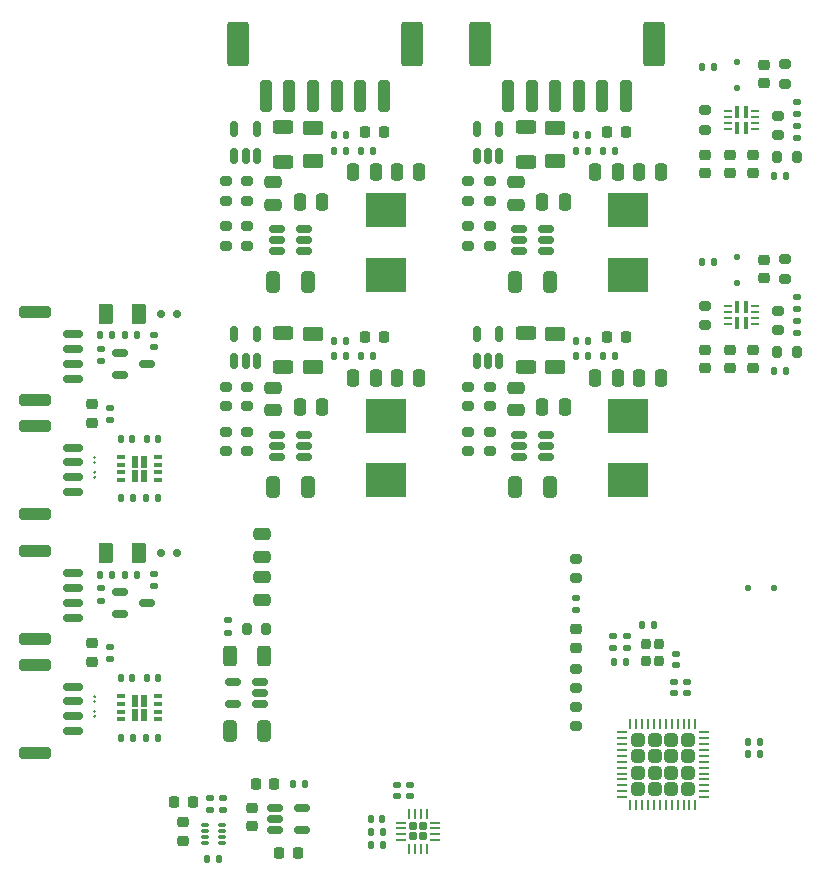
<source format=gbr>
%TF.GenerationSoftware,KiCad,Pcbnew,9.0.5*%
%TF.CreationDate,2025-12-29T18:05:56-08:00*%
%TF.ProjectId,vrb,7672622e-6b69-4636-9164-5f7063625858,rev?*%
%TF.SameCoordinates,Original*%
%TF.FileFunction,Paste,Top*%
%TF.FilePolarity,Positive*%
%FSLAX46Y46*%
G04 Gerber Fmt 4.6, Leading zero omitted, Abs format (unit mm)*
G04 Created by KiCad (PCBNEW 9.0.5) date 2025-12-29 18:05:56*
%MOMM*%
%LPD*%
G01*
G04 APERTURE LIST*
G04 Aperture macros list*
%AMRoundRect*
0 Rectangle with rounded corners*
0 $1 Rounding radius*
0 $2 $3 $4 $5 $6 $7 $8 $9 X,Y pos of 4 corners*
0 Add a 4 corners polygon primitive as box body*
4,1,4,$2,$3,$4,$5,$6,$7,$8,$9,$2,$3,0*
0 Add four circle primitives for the rounded corners*
1,1,$1+$1,$2,$3*
1,1,$1+$1,$4,$5*
1,1,$1+$1,$6,$7*
1,1,$1+$1,$8,$9*
0 Add four rect primitives between the rounded corners*
20,1,$1+$1,$2,$3,$4,$5,0*
20,1,$1+$1,$4,$5,$6,$7,0*
20,1,$1+$1,$6,$7,$8,$9,0*
20,1,$1+$1,$8,$9,$2,$3,0*%
G04 Aperture macros list end*
%ADD10C,0.128000*%
%ADD11RoundRect,0.140000X0.140000X0.170000X-0.140000X0.170000X-0.140000X-0.170000X0.140000X-0.170000X0*%
%ADD12RoundRect,0.135000X0.135000X0.185000X-0.135000X0.185000X-0.135000X-0.185000X0.135000X-0.185000X0*%
%ADD13RoundRect,0.140000X0.170000X-0.140000X0.170000X0.140000X-0.170000X0.140000X-0.170000X-0.140000X0*%
%ADD14RoundRect,0.135000X-0.135000X-0.185000X0.135000X-0.185000X0.135000X0.185000X-0.135000X0.185000X0*%
%ADD15RoundRect,0.062500X0.062500X0.355000X-0.062500X0.355000X-0.062500X-0.355000X0.062500X-0.355000X0*%
%ADD16RoundRect,0.062500X0.355000X0.062500X-0.355000X0.062500X-0.355000X-0.062500X0.355000X-0.062500X0*%
%ADD17RoundRect,0.170000X0.170000X0.170000X-0.170000X0.170000X-0.170000X-0.170000X0.170000X-0.170000X0*%
%ADD18RoundRect,0.218750X-0.218750X-0.256250X0.218750X-0.256250X0.218750X0.256250X-0.218750X0.256250X0*%
%ADD19RoundRect,0.250000X0.250000X1.100000X-0.250000X1.100000X-0.250000X-1.100000X0.250000X-1.100000X0*%
%ADD20RoundRect,0.250000X0.650000X1.650000X-0.650000X1.650000X-0.650000X-1.650000X0.650000X-1.650000X0*%
%ADD21RoundRect,0.150000X-0.150000X-0.200000X0.150000X-0.200000X0.150000X0.200000X-0.150000X0.200000X0*%
%ADD22RoundRect,0.200000X-0.275000X0.200000X-0.275000X-0.200000X0.275000X-0.200000X0.275000X0.200000X0*%
%ADD23RoundRect,0.250000X-0.475000X0.250000X-0.475000X-0.250000X0.475000X-0.250000X0.475000X0.250000X0*%
%ADD24RoundRect,0.135000X0.185000X-0.135000X0.185000X0.135000X-0.185000X0.135000X-0.185000X-0.135000X0*%
%ADD25RoundRect,0.125000X0.125000X-0.125000X0.125000X0.125000X-0.125000X0.125000X-0.125000X-0.125000X0*%
%ADD26RoundRect,0.250000X0.625000X-0.312500X0.625000X0.312500X-0.625000X0.312500X-0.625000X-0.312500X0*%
%ADD27RoundRect,0.150000X0.150000X-0.512500X0.150000X0.512500X-0.150000X0.512500X-0.150000X-0.512500X0*%
%ADD28RoundRect,0.135000X-0.185000X0.135000X-0.185000X-0.135000X0.185000X-0.135000X0.185000X0.135000X0*%
%ADD29RoundRect,0.200000X0.275000X-0.200000X0.275000X0.200000X-0.275000X0.200000X-0.275000X-0.200000X0*%
%ADD30RoundRect,0.250000X-0.250000X-0.475000X0.250000X-0.475000X0.250000X0.475000X-0.250000X0.475000X0*%
%ADD31RoundRect,0.250000X-0.325000X-0.650000X0.325000X-0.650000X0.325000X0.650000X-0.325000X0.650000X0*%
%ADD32RoundRect,0.140000X-0.140000X-0.170000X0.140000X-0.170000X0.140000X0.170000X-0.140000X0.170000X0*%
%ADD33RoundRect,0.200000X-0.200000X-0.275000X0.200000X-0.275000X0.200000X0.275000X-0.200000X0.275000X0*%
%ADD34RoundRect,0.150000X-0.700000X0.150000X-0.700000X-0.150000X0.700000X-0.150000X0.700000X0.150000X0*%
%ADD35RoundRect,0.250000X-1.100000X0.250000X-1.100000X-0.250000X1.100000X-0.250000X1.100000X0.250000X0*%
%ADD36R,0.600000X1.000000*%
%ADD37R,0.650000X0.350000*%
%ADD38RoundRect,0.218750X-0.256250X0.218750X-0.256250X-0.218750X0.256250X-0.218750X0.256250X0.218750X0*%
%ADD39RoundRect,0.150000X-0.512500X-0.150000X0.512500X-0.150000X0.512500X0.150000X-0.512500X0.150000X0*%
%ADD40RoundRect,0.250000X0.250000X0.475000X-0.250000X0.475000X-0.250000X-0.475000X0.250000X-0.475000X0*%
%ADD41RoundRect,0.225000X-0.250000X0.225000X-0.250000X-0.225000X0.250000X-0.225000X0.250000X0.225000X0*%
%ADD42RoundRect,0.250000X-0.625000X0.375000X-0.625000X-0.375000X0.625000X-0.375000X0.625000X0.375000X0*%
%ADD43RoundRect,0.250000X-0.315000X0.315000X-0.315000X-0.315000X0.315000X-0.315000X0.315000X0.315000X0*%
%ADD44RoundRect,0.062500X-0.062500X0.375000X-0.062500X-0.375000X0.062500X-0.375000X0.062500X0.375000X0*%
%ADD45RoundRect,0.062500X-0.375000X0.062500X-0.375000X-0.062500X0.375000X-0.062500X0.375000X0.062500X0*%
%ADD46RoundRect,0.225000X0.250000X-0.225000X0.250000X0.225000X-0.250000X0.225000X-0.250000X-0.225000X0*%
%ADD47RoundRect,0.125000X0.125000X0.125000X-0.125000X0.125000X-0.125000X-0.125000X0.125000X-0.125000X0*%
%ADD48R,3.500000X2.950000*%
%ADD49RoundRect,0.218750X0.218750X0.256250X-0.218750X0.256250X-0.218750X-0.256250X0.218750X-0.256250X0*%
%ADD50RoundRect,0.218750X0.256250X-0.218750X0.256250X0.218750X-0.256250X0.218750X-0.256250X-0.218750X0*%
%ADD51RoundRect,0.250000X-0.375000X-0.625000X0.375000X-0.625000X0.375000X0.625000X-0.375000X0.625000X0*%
%ADD52RoundRect,0.050000X0.285000X0.100000X-0.285000X0.100000X-0.285000X-0.100000X0.285000X-0.100000X0*%
%ADD53RoundRect,0.100000X0.100000X-0.425000X0.100000X0.425000X-0.100000X0.425000X-0.100000X-0.425000X0*%
%ADD54RoundRect,0.050000X0.250000X-0.050000X0.250000X0.050000X-0.250000X0.050000X-0.250000X-0.050000X0*%
%ADD55RoundRect,0.225000X0.225000X0.250000X-0.225000X0.250000X-0.225000X-0.250000X0.225000X-0.250000X0*%
%ADD56RoundRect,0.200000X0.200000X-0.250000X0.200000X0.250000X-0.200000X0.250000X-0.200000X-0.250000X0*%
%ADD57RoundRect,0.150000X0.512500X0.150000X-0.512500X0.150000X-0.512500X-0.150000X0.512500X-0.150000X0*%
%ADD58RoundRect,0.225000X-0.225000X-0.250000X0.225000X-0.250000X0.225000X0.250000X-0.225000X0.250000X0*%
%ADD59RoundRect,0.250000X0.312500X0.625000X-0.312500X0.625000X-0.312500X-0.625000X0.312500X-0.625000X0*%
G04 APERTURE END LIST*
%TO.C,D9*%
D10*
X80050842Y-99948000D02*
G75*
G02*
X79922842Y-99948000I-64000J0D01*
G01*
X79922842Y-99948000D02*
G75*
G02*
X80050842Y-99948000I64000J0D01*
G01*
X80050842Y-100364000D02*
G75*
G02*
X79922842Y-100364000I-64000J0D01*
G01*
X79922842Y-100364000D02*
G75*
G02*
X80050842Y-100364000I64000J0D01*
G01*
%TO.C,D1*%
X80050842Y-118942000D02*
G75*
G02*
X79922842Y-118942000I-64000J0D01*
G01*
X79922842Y-118942000D02*
G75*
G02*
X80050842Y-118942000I64000J0D01*
G01*
X80050842Y-119358000D02*
G75*
G02*
X79922842Y-119358000I-64000J0D01*
G01*
X79922842Y-119358000D02*
G75*
G02*
X80050842Y-119358000I64000J0D01*
G01*
%TO.C,D2*%
X80050842Y-120192000D02*
G75*
G02*
X79922842Y-120192000I-64000J0D01*
G01*
X79922842Y-120192000D02*
G75*
G02*
X80050842Y-120192000I64000J0D01*
G01*
X80050842Y-120608000D02*
G75*
G02*
X79922842Y-120608000I-64000J0D01*
G01*
X79922842Y-120608000D02*
G75*
G02*
X80050842Y-120608000I64000J0D01*
G01*
%TO.C,D8*%
X80050842Y-98698000D02*
G75*
G02*
X79922842Y-98698000I-64000J0D01*
G01*
X79922842Y-98698000D02*
G75*
G02*
X80050842Y-98698000I64000J0D01*
G01*
X80050842Y-99114000D02*
G75*
G02*
X79922842Y-99114000I-64000J0D01*
G01*
X79922842Y-99114000D02*
G75*
G02*
X80050842Y-99114000I64000J0D01*
G01*
%TD*%
D11*
%TO.C,C44*%
X103385000Y-129300000D03*
X104345000Y-129300000D03*
%TD*%
D12*
%TO.C,R75*%
X103345000Y-131500000D03*
X104365000Y-131500000D03*
%TD*%
D13*
%TO.C,C46*%
X106685000Y-126400000D03*
X106685000Y-127360000D03*
%TD*%
D14*
%TO.C,R73*%
X104365000Y-130400000D03*
X103345000Y-130400000D03*
%TD*%
D15*
%TO.C,U17*%
X108092500Y-131807500D03*
X107592500Y-131807500D03*
X107092500Y-131807500D03*
X106592500Y-131807500D03*
D16*
X105885000Y-131100000D03*
X105885000Y-130600000D03*
X105885000Y-130100000D03*
X105885000Y-129600000D03*
D15*
X106592500Y-128892500D03*
X107092500Y-128892500D03*
X107592500Y-128892500D03*
X108092500Y-128892500D03*
D16*
X108800000Y-129600000D03*
X108800000Y-130100000D03*
X108800000Y-130600000D03*
X108800000Y-131100000D03*
D17*
X106922500Y-129930000D03*
X106922500Y-130770000D03*
X107762500Y-129930000D03*
X107762500Y-130770000D03*
%TD*%
D13*
%TO.C,C42*%
X105585000Y-126400000D03*
X105585000Y-127360000D03*
%TD*%
D18*
%TO.C,D4*%
X102875000Y-71100000D03*
X104450000Y-71100000D03*
%TD*%
D19*
%TO.C,J6*%
X124975000Y-68100000D03*
X122975000Y-68100000D03*
X120975000Y-68100000D03*
X118975000Y-68100000D03*
X116975000Y-68100000D03*
X114975000Y-68100000D03*
D20*
X127325000Y-63650000D03*
X112625000Y-63650000D03*
%TD*%
D21*
%TO.C,D19*%
X86986842Y-86542000D03*
X85586842Y-86542000D03*
%TD*%
D22*
%TO.C,R64*%
X138450000Y-65392500D03*
X138450000Y-67042500D03*
%TD*%
D12*
%TO.C,R56*%
X132460000Y-82120000D03*
X131440000Y-82120000D03*
%TD*%
D23*
%TO.C,C6*%
X95125000Y-75380000D03*
X95125000Y-77280000D03*
%TD*%
D24*
%TO.C,R50*%
X120750000Y-111610000D03*
X120750000Y-110590000D03*
%TD*%
D14*
%TO.C,R24*%
X120755000Y-90100000D03*
X121775000Y-90100000D03*
%TD*%
D25*
%TO.C,D13*%
X134400000Y-67437500D03*
X134400000Y-65237500D03*
%TD*%
D14*
%TO.C,R16*%
X120755000Y-72700000D03*
X121775000Y-72700000D03*
%TD*%
D26*
%TO.C,R23*%
X116475000Y-91062500D03*
X116475000Y-88137500D03*
%TD*%
D13*
%TO.C,C39*%
X130100000Y-118660000D03*
X130100000Y-117700000D03*
%TD*%
D27*
%TO.C,U4*%
X91825000Y-73137500D03*
X92775000Y-73137500D03*
X93725000Y-73137500D03*
X93725000Y-70862500D03*
X91825000Y-70862500D03*
%TD*%
D25*
%TO.C,D12*%
X134400000Y-83950000D03*
X134400000Y-81750000D03*
%TD*%
D28*
%TO.C,R74*%
X90885000Y-127535000D03*
X90885000Y-128555000D03*
%TD*%
D19*
%TO.C,J5*%
X104475000Y-68100000D03*
X102475000Y-68100000D03*
X100475000Y-68100000D03*
X98475000Y-68100000D03*
X96475000Y-68100000D03*
X94475000Y-68100000D03*
D20*
X106825000Y-63650000D03*
X92125000Y-63650000D03*
%TD*%
D29*
%TO.C,R10*%
X91125000Y-76935000D03*
X91125000Y-75285000D03*
%TD*%
D30*
%TO.C,C7*%
X105575000Y-74550000D03*
X107475000Y-74550000D03*
%TD*%
D22*
%TO.C,R55*%
X131650000Y-85825000D03*
X131650000Y-87475000D03*
%TD*%
D31*
%TO.C,C27*%
X91406474Y-121850000D03*
X94356474Y-121850000D03*
%TD*%
D18*
%TO.C,D6*%
X123375000Y-88500000D03*
X124950000Y-88500000D03*
%TD*%
D13*
%TO.C,C57*%
X125050000Y-114780000D03*
X125050000Y-113820000D03*
%TD*%
D32*
%TO.C,C25*%
X82212500Y-97156000D03*
X83172500Y-97156000D03*
%TD*%
D33*
%TO.C,R48*%
X92850000Y-113200000D03*
X94500000Y-113200000D03*
%TD*%
D29*
%TO.C,R21*%
X113425000Y-80775000D03*
X113425000Y-79125000D03*
%TD*%
D34*
%TO.C,J9*%
X78180000Y-97856000D03*
X78180000Y-99106000D03*
X78180000Y-100356000D03*
X78180000Y-101606000D03*
D35*
X74980000Y-96006000D03*
X74980000Y-103456000D03*
%TD*%
D29*
%TO.C,R34*%
X91125000Y-94335000D03*
X91125000Y-92685000D03*
%TD*%
D12*
%TO.C,R47*%
X136310000Y-123800000D03*
X135290000Y-123800000D03*
%TD*%
D13*
%TO.C,C38*%
X129000000Y-118660000D03*
X129000000Y-117700000D03*
%TD*%
D36*
%TO.C,U2*%
X84180000Y-120475000D03*
X84180000Y-119275000D03*
X83405000Y-120475000D03*
X83405000Y-119275000D03*
D37*
X85342500Y-120850000D03*
X85342500Y-120200000D03*
X85342500Y-119550000D03*
X85342500Y-118900000D03*
X82242500Y-118900000D03*
X82242500Y-119550000D03*
X82242500Y-120200000D03*
X82242500Y-120850000D03*
%TD*%
D28*
%TO.C,R67*%
X139450000Y-68612500D03*
X139450000Y-69632500D03*
%TD*%
%TO.C,R53*%
X139450000Y-85125000D03*
X139450000Y-86145000D03*
%TD*%
D30*
%TO.C,C14*%
X117875000Y-94450000D03*
X119775000Y-94450000D03*
%TD*%
D23*
%TO.C,C21*%
X95125000Y-92780000D03*
X95125000Y-94680000D03*
%TD*%
D27*
%TO.C,U8*%
X112325000Y-90537500D03*
X113275000Y-90537500D03*
X114225000Y-90537500D03*
X114225000Y-88262500D03*
X112325000Y-88262500D03*
%TD*%
D38*
%TO.C,D11*%
X120751474Y-113212500D03*
X120751474Y-114787500D03*
%TD*%
D31*
%TO.C,C15*%
X115575000Y-101200000D03*
X118525000Y-101200000D03*
%TD*%
D39*
%TO.C,U3*%
X95412500Y-79350000D03*
X95412500Y-80300000D03*
X95412500Y-81250000D03*
X97687500Y-81250000D03*
X97687500Y-80300000D03*
X97687500Y-79350000D03*
%TD*%
D24*
%TO.C,R49*%
X81280000Y-95498500D03*
X81280000Y-94478500D03*
%TD*%
D32*
%TO.C,C1*%
X82600000Y-108600000D03*
X83560000Y-108600000D03*
%TD*%
D12*
%TO.C,R61*%
X132460000Y-65607500D03*
X131440000Y-65607500D03*
%TD*%
D22*
%TO.C,R54*%
X138450000Y-81905000D03*
X138450000Y-83555000D03*
%TD*%
D24*
%TO.C,R6*%
X81280000Y-115742500D03*
X81280000Y-114722500D03*
%TD*%
D40*
%TO.C,C18*%
X124275000Y-91950000D03*
X122375000Y-91950000D03*
%TD*%
D28*
%TO.C,R4*%
X80520000Y-109780000D03*
X80520000Y-110800000D03*
%TD*%
D29*
%TO.C,R58*%
X137850000Y-87935000D03*
X137850000Y-86285000D03*
%TD*%
D32*
%TO.C,C2*%
X82212500Y-117400000D03*
X83172500Y-117400000D03*
%TD*%
D29*
%TO.C,R29*%
X113425000Y-98175000D03*
X113425000Y-96525000D03*
%TD*%
%TO.C,R18*%
X111625000Y-76935000D03*
X111625000Y-75285000D03*
%TD*%
D41*
%TO.C,C45*%
X87485000Y-129570000D03*
X87485000Y-131120000D03*
%TD*%
D12*
%TO.C,R60*%
X138560000Y-91360000D03*
X137540000Y-91360000D03*
%TD*%
D39*
%TO.C,U7*%
X115912500Y-96750000D03*
X115912500Y-97700000D03*
X115912500Y-98650000D03*
X118187500Y-98650000D03*
X118187500Y-97700000D03*
X118187500Y-96750000D03*
%TD*%
D42*
%TO.C,F5*%
X98475000Y-88200000D03*
X98475000Y-91000000D03*
%TD*%
D30*
%TO.C,C17*%
X126075000Y-91950000D03*
X127975000Y-91950000D03*
%TD*%
D23*
%TO.C,C29*%
X94175000Y-108850000D03*
X94175000Y-110750000D03*
%TD*%
%TO.C,C11*%
X115625000Y-75380000D03*
X115625000Y-77280000D03*
%TD*%
D41*
%TO.C,C34*%
X135720000Y-73062500D03*
X135720000Y-74612500D03*
%TD*%
D22*
%TO.C,R14*%
X91125000Y-79125000D03*
X91125000Y-80775000D03*
%TD*%
D29*
%TO.C,R13*%
X92925000Y-80775000D03*
X92925000Y-79125000D03*
%TD*%
D23*
%TO.C,C16*%
X115625000Y-92780000D03*
X115625000Y-94680000D03*
%TD*%
D29*
%TO.C,R51*%
X120751474Y-121425000D03*
X120751474Y-119775000D03*
%TD*%
D30*
%TO.C,C9*%
X117875000Y-77050000D03*
X119775000Y-77050000D03*
%TD*%
D39*
%TO.C,Q1*%
X82142500Y-110050000D03*
X82142500Y-111950000D03*
X84417500Y-111000000D03*
%TD*%
D22*
%TO.C,R9*%
X92925000Y-75285000D03*
X92925000Y-76935000D03*
%TD*%
D43*
%TO.C,U1*%
X130200000Y-122600000D03*
X128800000Y-122600000D03*
X127400000Y-122600000D03*
X126000000Y-122600000D03*
X130200000Y-124000000D03*
X128800000Y-124000000D03*
X127400000Y-124000000D03*
X126000000Y-124000000D03*
X130200000Y-125400000D03*
X128800000Y-125400000D03*
X127400000Y-125400000D03*
X126000000Y-125400000D03*
X130200000Y-126800000D03*
X128800000Y-126800000D03*
X127400000Y-126800000D03*
X126000000Y-126800000D03*
D44*
X130850000Y-121262500D03*
X130350000Y-121262500D03*
X129850000Y-121262500D03*
X129350000Y-121262500D03*
X128850000Y-121262500D03*
X128350000Y-121262500D03*
X127850000Y-121262500D03*
X127350000Y-121262500D03*
X126850000Y-121262500D03*
X126350000Y-121262500D03*
X125850000Y-121262500D03*
X125350000Y-121262500D03*
D45*
X124662500Y-121950000D03*
X124662500Y-122450000D03*
X124662500Y-122950000D03*
X124662500Y-123450000D03*
X124662500Y-123950000D03*
X124662500Y-124450000D03*
X124662500Y-124950000D03*
X124662500Y-125450000D03*
X124662500Y-125950000D03*
X124662500Y-126450000D03*
X124662500Y-126950000D03*
X124662500Y-127450000D03*
D44*
X125350000Y-128137500D03*
X125850000Y-128137500D03*
X126350000Y-128137500D03*
X126850000Y-128137500D03*
X127350000Y-128137500D03*
X127850000Y-128137500D03*
X128350000Y-128137500D03*
X128850000Y-128137500D03*
X129350000Y-128137500D03*
X129850000Y-128137500D03*
X130350000Y-128137500D03*
X130850000Y-128137500D03*
D45*
X131537500Y-127450000D03*
X131537500Y-126950000D03*
X131537500Y-126450000D03*
X131537500Y-125950000D03*
X131537500Y-125450000D03*
X131537500Y-124950000D03*
X131537500Y-124450000D03*
X131537500Y-123950000D03*
X131537500Y-123450000D03*
X131537500Y-122950000D03*
X131537500Y-122450000D03*
X131537500Y-121950000D03*
%TD*%
D22*
%TO.C,R33*%
X92925000Y-92685000D03*
X92925000Y-94335000D03*
%TD*%
D41*
%TO.C,C36*%
X133780000Y-73062500D03*
X133780000Y-74612500D03*
%TD*%
D22*
%TO.C,R30*%
X111625000Y-96525000D03*
X111625000Y-98175000D03*
%TD*%
D46*
%TO.C,C30*%
X136650000Y-83505000D03*
X136650000Y-81955000D03*
%TD*%
D22*
%TO.C,R17*%
X113425000Y-75285000D03*
X113425000Y-76935000D03*
%TD*%
D33*
%TO.C,R59*%
X137775000Y-89735000D03*
X139425000Y-89735000D03*
%TD*%
D29*
%TO.C,R62*%
X137850000Y-71422500D03*
X137850000Y-69772500D03*
%TD*%
D14*
%TO.C,R70*%
X96740000Y-126370000D03*
X97760000Y-126370000D03*
%TD*%
D28*
%TO.C,R44*%
X91300000Y-112490000D03*
X91300000Y-113510000D03*
%TD*%
D14*
%TO.C,R39*%
X80470000Y-88356000D03*
X81490000Y-88356000D03*
%TD*%
D12*
%TO.C,R66*%
X138560000Y-74847500D03*
X137540000Y-74847500D03*
%TD*%
D47*
%TO.C,D14*%
X137500000Y-109700000D03*
X135300000Y-109700000D03*
%TD*%
D46*
%TO.C,C33*%
X136650000Y-66992500D03*
X136650000Y-65442500D03*
%TD*%
D14*
%TO.C,R46*%
X84362500Y-102156000D03*
X85382500Y-102156000D03*
%TD*%
D42*
%TO.C,F2*%
X98475000Y-70800000D03*
X98475000Y-73600000D03*
%TD*%
D14*
%TO.C,R12*%
X102562500Y-72700000D03*
X103582500Y-72700000D03*
%TD*%
D41*
%TO.C,C31*%
X135720000Y-89575000D03*
X135720000Y-91125000D03*
%TD*%
D30*
%TO.C,C19*%
X97375000Y-94450000D03*
X99275000Y-94450000D03*
%TD*%
D12*
%TO.C,R77*%
X90520000Y-132700000D03*
X89500000Y-132700000D03*
%TD*%
D48*
%TO.C,L4*%
X104675000Y-100625000D03*
X104675000Y-95175000D03*
%TD*%
D49*
%TO.C,D18*%
X95200000Y-126370000D03*
X93625000Y-126370000D03*
%TD*%
D14*
%TO.C,R8*%
X100255000Y-72700000D03*
X101275000Y-72700000D03*
%TD*%
D39*
%TO.C,U16*%
X95300000Y-128330000D03*
X95300000Y-129280000D03*
X95300000Y-130230000D03*
X97575000Y-130230000D03*
X97575000Y-128330000D03*
%TD*%
D14*
%TO.C,R1*%
X80470000Y-108600000D03*
X81490000Y-108600000D03*
%TD*%
%TO.C,R40*%
X82182500Y-102156000D03*
X83202500Y-102156000D03*
%TD*%
D50*
%TO.C,D3*%
X79780000Y-116000000D03*
X79780000Y-114425000D03*
%TD*%
D25*
%TO.C,D16*%
X112475000Y-64977500D03*
X112475000Y-62777500D03*
%TD*%
D48*
%TO.C,L3*%
X125175000Y-100625000D03*
X125175000Y-95175000D03*
%TD*%
D12*
%TO.C,R69*%
X136310000Y-122800000D03*
X135290000Y-122800000D03*
%TD*%
D30*
%TO.C,C23*%
X105575000Y-91950000D03*
X107475000Y-91950000D03*
%TD*%
D51*
%TO.C,F1*%
X80930000Y-106775000D03*
X83730000Y-106775000D03*
%TD*%
D18*
%TO.C,D7*%
X102875000Y-88500000D03*
X104450000Y-88500000D03*
%TD*%
D36*
%TO.C,U11*%
X84180000Y-100231000D03*
X84180000Y-99031000D03*
X83405000Y-100231000D03*
X83405000Y-99031000D03*
D37*
X85342500Y-100606000D03*
X85342500Y-99956000D03*
X85342500Y-99306000D03*
X85342500Y-98656000D03*
X82242500Y-98656000D03*
X82242500Y-99306000D03*
X82242500Y-99956000D03*
X82242500Y-100606000D03*
%TD*%
D39*
%TO.C,Q2*%
X82142500Y-89806000D03*
X82142500Y-91706000D03*
X84417500Y-90756000D03*
%TD*%
D48*
%TO.C,L2*%
X125175000Y-83225000D03*
X125175000Y-77775000D03*
%TD*%
D39*
%TO.C,U5*%
X115912500Y-79350000D03*
X115912500Y-80300000D03*
X115912500Y-81250000D03*
X118187500Y-81250000D03*
X118187500Y-80300000D03*
X118187500Y-79350000D03*
%TD*%
D41*
%TO.C,C37*%
X133780000Y-89575000D03*
X133780000Y-91125000D03*
%TD*%
D12*
%TO.C,R19*%
X121750000Y-71400000D03*
X120730000Y-71400000D03*
%TD*%
D28*
%TO.C,R65*%
X139450000Y-70637500D03*
X139450000Y-71657500D03*
%TD*%
D52*
%TO.C,U18*%
X90775000Y-131300000D03*
X90775000Y-130800000D03*
X90775000Y-130300000D03*
X90775000Y-129800000D03*
X89295000Y-129800000D03*
X89295000Y-130300000D03*
X89295000Y-130800000D03*
X89295000Y-131300000D03*
%TD*%
D26*
%TO.C,R15*%
X116475000Y-73662500D03*
X116475000Y-70737500D03*
%TD*%
D30*
%TO.C,C4*%
X97375000Y-77050000D03*
X99275000Y-77050000D03*
%TD*%
D34*
%TO.C,J2*%
X78180000Y-108500000D03*
X78180000Y-109750000D03*
X78180000Y-111000000D03*
X78180000Y-112250000D03*
D35*
X74980000Y-106650000D03*
X74980000Y-114100000D03*
%TD*%
D40*
%TO.C,C12*%
X124275000Y-74550000D03*
X122375000Y-74550000D03*
%TD*%
D42*
%TO.C,F3*%
X118975000Y-70800000D03*
X118975000Y-73600000D03*
%TD*%
D26*
%TO.C,R31*%
X95975000Y-91062500D03*
X95975000Y-88137500D03*
%TD*%
D53*
%TO.C,U14*%
X134400000Y-87325000D03*
X135100000Y-87325000D03*
D54*
X135900000Y-87400000D03*
X135900000Y-86900000D03*
X135900000Y-86400000D03*
X135900000Y-85900000D03*
D53*
X135100000Y-85975000D03*
X134400000Y-85975000D03*
D54*
X133600000Y-85900000D03*
X133600000Y-86400000D03*
X133600000Y-86900000D03*
X133600000Y-87400000D03*
%TD*%
D31*
%TO.C,C10*%
X115575000Y-83800000D03*
X118525000Y-83800000D03*
%TD*%
D22*
%TO.C,R22*%
X111625000Y-79125000D03*
X111625000Y-80775000D03*
%TD*%
D41*
%TO.C,C40*%
X93330000Y-128355000D03*
X93330000Y-129905000D03*
%TD*%
D27*
%TO.C,U6*%
X112325000Y-73137500D03*
X113275000Y-73137500D03*
X114225000Y-73137500D03*
X114225000Y-70862500D03*
X112325000Y-70862500D03*
%TD*%
D32*
%TO.C,C24*%
X82600000Y-88356000D03*
X83560000Y-88356000D03*
%TD*%
D22*
%TO.C,R25*%
X113425000Y-92685000D03*
X113425000Y-94335000D03*
%TD*%
D30*
%TO.C,C13*%
X126075000Y-74550000D03*
X127975000Y-74550000D03*
%TD*%
D25*
%TO.C,D15*%
X91975000Y-64977500D03*
X91975000Y-62777500D03*
%TD*%
D28*
%TO.C,R45*%
X80520000Y-89536000D03*
X80520000Y-90556000D03*
%TD*%
D42*
%TO.C,F4*%
X118975000Y-88200000D03*
X118975000Y-91000000D03*
%TD*%
D53*
%TO.C,U15*%
X134400000Y-70812500D03*
X135100000Y-70812500D03*
D54*
X135900000Y-70887500D03*
X135900000Y-70387500D03*
X135900000Y-69887500D03*
X135900000Y-69387500D03*
D53*
X135100000Y-69462500D03*
X134400000Y-69462500D03*
D54*
X133600000Y-69387500D03*
X133600000Y-69887500D03*
X133600000Y-70387500D03*
X133600000Y-70887500D03*
%TD*%
D18*
%TO.C,D5*%
X123375000Y-71100000D03*
X124950000Y-71100000D03*
%TD*%
D55*
%TO.C,C43*%
X88285000Y-127845000D03*
X86735000Y-127845000D03*
%TD*%
D29*
%TO.C,R43*%
X120751474Y-108900000D03*
X120751474Y-107250000D03*
%TD*%
D28*
%TO.C,R3*%
X84980000Y-108560000D03*
X84980000Y-109580000D03*
%TD*%
D41*
%TO.C,C35*%
X131650000Y-73062500D03*
X131650000Y-74612500D03*
%TD*%
D12*
%TO.C,R35*%
X101250000Y-88800000D03*
X100230000Y-88800000D03*
%TD*%
D48*
%TO.C,L1*%
X104675000Y-83225000D03*
X104675000Y-77775000D03*
%TD*%
D21*
%TO.C,D17*%
X86986842Y-106786000D03*
X85586842Y-106786000D03*
%TD*%
D23*
%TO.C,C28*%
X94175000Y-105200000D03*
X94175000Y-107100000D03*
%TD*%
D32*
%TO.C,C55*%
X126370000Y-112900000D03*
X127330000Y-112900000D03*
%TD*%
D26*
%TO.C,R7*%
X95975000Y-73662500D03*
X95975000Y-70737500D03*
%TD*%
D31*
%TO.C,C20*%
X95075000Y-101200000D03*
X98025000Y-101200000D03*
%TD*%
D34*
%TO.C,J1*%
X78180000Y-118100000D03*
X78180000Y-119350000D03*
X78180000Y-120600000D03*
X78180000Y-121850000D03*
D35*
X74980000Y-116250000D03*
X74980000Y-123700000D03*
%TD*%
D56*
%TO.C,Y1*%
X127750000Y-115900000D03*
X127750000Y-114500000D03*
X126650000Y-114500000D03*
X126650000Y-115900000D03*
%TD*%
D40*
%TO.C,C22*%
X103775000Y-91950000D03*
X101875000Y-91950000D03*
%TD*%
D57*
%TO.C,U13*%
X94018974Y-119600000D03*
X94018974Y-118650000D03*
X94018974Y-117700000D03*
X91743974Y-117700000D03*
X91743974Y-119600000D03*
%TD*%
D22*
%TO.C,R38*%
X91125000Y-96525000D03*
X91125000Y-98175000D03*
%TD*%
D13*
%TO.C,C54*%
X129250000Y-116250000D03*
X129250000Y-115290000D03*
%TD*%
D28*
%TO.C,R71*%
X123850000Y-113790000D03*
X123850000Y-114810000D03*
%TD*%
D31*
%TO.C,C5*%
X95075000Y-83800000D03*
X98025000Y-83800000D03*
%TD*%
D24*
%TO.C,R76*%
X89785000Y-128555000D03*
X89785000Y-127535000D03*
%TD*%
D40*
%TO.C,C8*%
X103775000Y-74550000D03*
X101875000Y-74550000D03*
%TD*%
D14*
%TO.C,R2*%
X82182500Y-122400000D03*
X83202500Y-122400000D03*
%TD*%
%TO.C,R36*%
X102562500Y-90100000D03*
X103582500Y-90100000D03*
%TD*%
D27*
%TO.C,U10*%
X91825000Y-90537500D03*
X92775000Y-90537500D03*
X93725000Y-90537500D03*
X93725000Y-88262500D03*
X91825000Y-88262500D03*
%TD*%
D22*
%TO.C,R68*%
X131650000Y-69312500D03*
X131650000Y-70962500D03*
%TD*%
D39*
%TO.C,U9*%
X95412500Y-96750000D03*
X95412500Y-97700000D03*
X95412500Y-98650000D03*
X97687500Y-98650000D03*
X97687500Y-97700000D03*
X97687500Y-96750000D03*
%TD*%
D11*
%TO.C,C3*%
X85352500Y-117400000D03*
X84392500Y-117400000D03*
%TD*%
D12*
%TO.C,R27*%
X121750000Y-88800000D03*
X120730000Y-88800000D03*
%TD*%
D29*
%TO.C,R37*%
X92925000Y-98175000D03*
X92925000Y-96525000D03*
%TD*%
D12*
%TO.C,R11*%
X101250000Y-71400000D03*
X100230000Y-71400000D03*
%TD*%
D28*
%TO.C,R41*%
X84980000Y-88316000D03*
X84980000Y-89336000D03*
%TD*%
D58*
%TO.C,C41*%
X95625000Y-132200000D03*
X97175000Y-132200000D03*
%TD*%
D59*
%TO.C,R42*%
X94343974Y-115500000D03*
X91418974Y-115500000D03*
%TD*%
D14*
%TO.C,R28*%
X123062500Y-90100000D03*
X124082500Y-90100000D03*
%TD*%
%TO.C,R20*%
X123062500Y-72700000D03*
X124082500Y-72700000D03*
%TD*%
D28*
%TO.C,R57*%
X139450000Y-87150000D03*
X139450000Y-88170000D03*
%TD*%
D29*
%TO.C,R52*%
X120750000Y-118225000D03*
X120750000Y-116575000D03*
%TD*%
%TO.C,R26*%
X111625000Y-94335000D03*
X111625000Y-92685000D03*
%TD*%
D33*
%TO.C,R63*%
X137775000Y-73222500D03*
X139425000Y-73222500D03*
%TD*%
D51*
%TO.C,F6*%
X80930000Y-86531000D03*
X83730000Y-86531000D03*
%TD*%
D41*
%TO.C,C32*%
X131650000Y-89575000D03*
X131650000Y-91125000D03*
%TD*%
D34*
%TO.C,J7*%
X78180000Y-88256000D03*
X78180000Y-89506000D03*
X78180000Y-90756000D03*
X78180000Y-92006000D03*
D35*
X74980000Y-86406000D03*
X74980000Y-93856000D03*
%TD*%
D14*
%TO.C,R5*%
X84362500Y-122400000D03*
X85382500Y-122400000D03*
%TD*%
D50*
%TO.C,D10*%
X79780000Y-95756000D03*
X79780000Y-94181000D03*
%TD*%
D12*
%TO.C,R72*%
X124960000Y-115990000D03*
X123940000Y-115990000D03*
%TD*%
D14*
%TO.C,R32*%
X100255000Y-90100000D03*
X101275000Y-90100000D03*
%TD*%
D11*
%TO.C,C26*%
X85352500Y-97156000D03*
X84392500Y-97156000D03*
%TD*%
M02*

</source>
